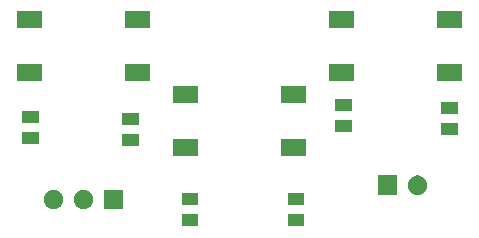
<source format=gbr>
G04 #@! TF.GenerationSoftware,KiCad,Pcbnew,(5.1.4)-1*
G04 #@! TF.CreationDate,2019-11-04T21:22:20-05:00*
G04 #@! TF.ProjectId,ButtonBoard,42757474-6f6e-4426-9f61-72642e6b6963,rev?*
G04 #@! TF.SameCoordinates,Original*
G04 #@! TF.FileFunction,Soldermask,Top*
G04 #@! TF.FilePolarity,Negative*
%FSLAX46Y46*%
G04 Gerber Fmt 4.6, Leading zero omitted, Abs format (unit mm)*
G04 Created by KiCad (PCBNEW (5.1.4)-1) date 2019-11-04 21:22:20*
%MOMM*%
%LPD*%
G04 APERTURE LIST*
%ADD10C,1.000000*%
G04 APERTURE END LIST*
D10*
G36*
X18700000Y-15287000D02*
G01*
X17300000Y-15287000D01*
X17300000Y-14271000D01*
X18700000Y-14271000D01*
X18700000Y-15287000D01*
X18700000Y-15287000D01*
G37*
G36*
X9698500Y-15286000D02*
G01*
X8301500Y-15286000D01*
X8301500Y-14270000D01*
X9698500Y-14270000D01*
X9698500Y-15286000D01*
X9698500Y-15286000D01*
G37*
G36*
X3365500Y-13825500D02*
G01*
X1714500Y-13825500D01*
X1714500Y-12174500D01*
X3365500Y-12174500D01*
X3365500Y-13825500D01*
X3365500Y-13825500D01*
G37*
G36*
X240788Y-12206223D02*
G01*
X391022Y-12268452D01*
X526223Y-12358790D01*
X641210Y-12473777D01*
X731548Y-12608978D01*
X793777Y-12759212D01*
X825500Y-12918694D01*
X825500Y-13081306D01*
X793777Y-13240788D01*
X731548Y-13391022D01*
X641210Y-13526223D01*
X526223Y-13641210D01*
X391022Y-13731548D01*
X240788Y-13793777D01*
X81306Y-13825500D01*
X-81306Y-13825500D01*
X-240788Y-13793777D01*
X-391022Y-13731548D01*
X-526223Y-13641210D01*
X-641210Y-13526223D01*
X-731548Y-13391022D01*
X-793777Y-13240788D01*
X-825500Y-13081306D01*
X-825500Y-12918694D01*
X-793777Y-12759212D01*
X-731548Y-12608978D01*
X-641210Y-12473777D01*
X-526223Y-12358790D01*
X-391022Y-12268452D01*
X-240788Y-12206223D01*
X-81306Y-12174500D01*
X81306Y-12174500D01*
X240788Y-12206223D01*
X240788Y-12206223D01*
G37*
G36*
X-2299212Y-12206223D02*
G01*
X-2148978Y-12268452D01*
X-2013777Y-12358790D01*
X-1898790Y-12473777D01*
X-1808452Y-12608978D01*
X-1746223Y-12759212D01*
X-1714500Y-12918694D01*
X-1714500Y-13081306D01*
X-1746223Y-13240788D01*
X-1808452Y-13391022D01*
X-1898790Y-13526223D01*
X-2013777Y-13641210D01*
X-2148978Y-13731548D01*
X-2299212Y-13793777D01*
X-2458694Y-13825500D01*
X-2621306Y-13825500D01*
X-2780788Y-13793777D01*
X-2931022Y-13731548D01*
X-3066223Y-13641210D01*
X-3181210Y-13526223D01*
X-3271548Y-13391022D01*
X-3333777Y-13240788D01*
X-3365500Y-13081306D01*
X-3365500Y-12918694D01*
X-3333777Y-12759212D01*
X-3271548Y-12608978D01*
X-3181210Y-12473777D01*
X-3066223Y-12358790D01*
X-2931022Y-12268452D01*
X-2780788Y-12206223D01*
X-2621306Y-12174500D01*
X-2458694Y-12174500D01*
X-2299212Y-12206223D01*
X-2299212Y-12206223D01*
G37*
G36*
X9698500Y-13508000D02*
G01*
X8301500Y-13508000D01*
X8301500Y-12492000D01*
X9698500Y-12492000D01*
X9698500Y-13508000D01*
X9698500Y-13508000D01*
G37*
G36*
X18700000Y-13508000D02*
G01*
X17300000Y-13508000D01*
X17300000Y-12492000D01*
X18700000Y-12492000D01*
X18700000Y-13508000D01*
X18700000Y-13508000D01*
G37*
G36*
X26555500Y-12625500D02*
G01*
X24904500Y-12625500D01*
X24904500Y-10974500D01*
X26555500Y-10974500D01*
X26555500Y-12625500D01*
X26555500Y-12625500D01*
G37*
G36*
X28510788Y-11006223D02*
G01*
X28661022Y-11068452D01*
X28796223Y-11158790D01*
X28911210Y-11273777D01*
X29001548Y-11408978D01*
X29063777Y-11559212D01*
X29095500Y-11718694D01*
X29095500Y-11881306D01*
X29063777Y-12040788D01*
X29001548Y-12191022D01*
X28911210Y-12326223D01*
X28796223Y-12441210D01*
X28661022Y-12531548D01*
X28510788Y-12593777D01*
X28351306Y-12625500D01*
X28188694Y-12625500D01*
X28029212Y-12593777D01*
X27878978Y-12531548D01*
X27743777Y-12441210D01*
X27628790Y-12326223D01*
X27538452Y-12191022D01*
X27476223Y-12040788D01*
X27444500Y-11881306D01*
X27444500Y-11718694D01*
X27476223Y-11559212D01*
X27538452Y-11408978D01*
X27628790Y-11273777D01*
X27743777Y-11158790D01*
X27878978Y-11068452D01*
X28029212Y-11006223D01*
X28188694Y-10974500D01*
X28351306Y-10974500D01*
X28510788Y-11006223D01*
X28510788Y-11006223D01*
G37*
G36*
X18808000Y-9300000D02*
G01*
X16708000Y-9300000D01*
X16708000Y-7900000D01*
X18808000Y-7900000D01*
X18808000Y-9300000D01*
X18808000Y-9300000D01*
G37*
G36*
X9708000Y-9300000D02*
G01*
X7608000Y-9300000D01*
X7608000Y-7900000D01*
X9708000Y-7900000D01*
X9708000Y-9300000D01*
X9708000Y-9300000D01*
G37*
G36*
X4700000Y-8508000D02*
G01*
X3300000Y-8508000D01*
X3300000Y-7492000D01*
X4700000Y-7492000D01*
X4700000Y-8508000D01*
X4700000Y-8508000D01*
G37*
G36*
X-3801500Y-8286000D02*
G01*
X-5198500Y-8286000D01*
X-5198500Y-7270000D01*
X-3801500Y-7270000D01*
X-3801500Y-8286000D01*
X-3801500Y-8286000D01*
G37*
G36*
X31700000Y-7508000D02*
G01*
X30300000Y-7508000D01*
X30300000Y-6492000D01*
X31700000Y-6492000D01*
X31700000Y-7508000D01*
X31700000Y-7508000D01*
G37*
G36*
X22698500Y-7286000D02*
G01*
X21301500Y-7286000D01*
X21301500Y-6270000D01*
X22698500Y-6270000D01*
X22698500Y-7286000D01*
X22698500Y-7286000D01*
G37*
G36*
X4700000Y-6729000D02*
G01*
X3300000Y-6729000D01*
X3300000Y-5713000D01*
X4700000Y-5713000D01*
X4700000Y-6729000D01*
X4700000Y-6729000D01*
G37*
G36*
X-3801500Y-6508000D02*
G01*
X-5198500Y-6508000D01*
X-5198500Y-5492000D01*
X-3801500Y-5492000D01*
X-3801500Y-6508000D01*
X-3801500Y-6508000D01*
G37*
G36*
X31700000Y-5729000D02*
G01*
X30300000Y-5729000D01*
X30300000Y-4713000D01*
X31700000Y-4713000D01*
X31700000Y-5729000D01*
X31700000Y-5729000D01*
G37*
G36*
X22698500Y-5508000D02*
G01*
X21301500Y-5508000D01*
X21301500Y-4492000D01*
X22698500Y-4492000D01*
X22698500Y-5508000D01*
X22698500Y-5508000D01*
G37*
G36*
X18808000Y-4800000D02*
G01*
X16708000Y-4800000D01*
X16708000Y-3400000D01*
X18808000Y-3400000D01*
X18808000Y-4800000D01*
X18808000Y-4800000D01*
G37*
G36*
X9708000Y-4800000D02*
G01*
X7608000Y-4800000D01*
X7608000Y-3400000D01*
X9708000Y-3400000D01*
X9708000Y-4800000D01*
X9708000Y-4800000D01*
G37*
G36*
X22916000Y-2950000D02*
G01*
X20816000Y-2950000D01*
X20816000Y-1550000D01*
X22916000Y-1550000D01*
X22916000Y-2950000D01*
X22916000Y-2950000D01*
G37*
G36*
X5600000Y-2950000D02*
G01*
X3500000Y-2950000D01*
X3500000Y-1550000D01*
X5600000Y-1550000D01*
X5600000Y-2950000D01*
X5600000Y-2950000D01*
G37*
G36*
X32016000Y-2950000D02*
G01*
X29916000Y-2950000D01*
X29916000Y-1550000D01*
X32016000Y-1550000D01*
X32016000Y-2950000D01*
X32016000Y-2950000D01*
G37*
G36*
X-3500000Y-2950000D02*
G01*
X-5600000Y-2950000D01*
X-5600000Y-1550000D01*
X-3500000Y-1550000D01*
X-3500000Y-2950000D01*
X-3500000Y-2950000D01*
G37*
G36*
X-3500000Y1550000D02*
G01*
X-5600000Y1550000D01*
X-5600000Y2950000D01*
X-3500000Y2950000D01*
X-3500000Y1550000D01*
X-3500000Y1550000D01*
G37*
G36*
X22916000Y1550000D02*
G01*
X20816000Y1550000D01*
X20816000Y2950000D01*
X22916000Y2950000D01*
X22916000Y1550000D01*
X22916000Y1550000D01*
G37*
G36*
X32016000Y1550000D02*
G01*
X29916000Y1550000D01*
X29916000Y2950000D01*
X32016000Y2950000D01*
X32016000Y1550000D01*
X32016000Y1550000D01*
G37*
G36*
X5600000Y1550000D02*
G01*
X3500000Y1550000D01*
X3500000Y2950000D01*
X5600000Y2950000D01*
X5600000Y1550000D01*
X5600000Y1550000D01*
G37*
M02*

</source>
